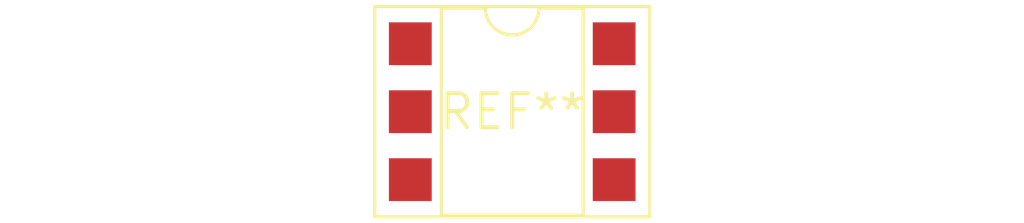
<source format=kicad_pcb>
(kicad_pcb (version 20240108) (generator pcbnew)
  (layers (0 "F.Cu" signal) (31 "B.Cu" signal) (34 "B.Paste" user) (35 "F.Paste" user) (36 "B.SilkS" user "B.Silkscreen") (37 "F.SilkS" user "F.Silkscreen") (38 "B.Mask" user) (39 "F.Mask" user) (44 "Edge.Cuts" user))
  (net 0 "")
  (footprint "DIP-6_W7.62mm_SMDSocket_SmallPads" (layer "F.Cu") (at 0 0)
    (property "Reference" "REF**")
    (property "Value" "DIP-6_W7.62mm_SMDSocket_SmallPads")
    (fp_line (start -5.14 -3.93) (end -5.14 3.93) (layer "F.SilkS") (stroke (width 0.12)))
    (fp_line (start -5.14 3.93) (end 5.14 3.93) (layer "F.SilkS") (stroke (width 0.12)))
    (fp_line (start -2.65 -3.87) (end -2.65 3.87) (layer "F.SilkS") (stroke (width 0.12)))
    (fp_line (start -2.65 3.87) (end 2.65 3.87) (layer "F.SilkS") (stroke (width 0.12)))
    (fp_line (start -1 -3.87) (end -2.65 -3.87) (layer "F.SilkS") (stroke (width 0.12)))
    (fp_line (start 2.65 -3.87) (end 1 -3.87) (layer "F.SilkS") (stroke (width 0.12)))
    (fp_line (start 2.65 3.87) (end 2.65 -3.87) (layer "F.SilkS") (stroke (width 0.12)))
    (fp_line (start 5.14 -3.93) (end -5.14 -3.93) (layer "F.SilkS") (stroke (width 0.12)))
    (fp_line (start 5.14 3.93) (end 5.14 -3.93) (layer "F.SilkS") (stroke (width 0.12)))
    (fp_arc (start 1 -3.87) (mid 0 -2.87) (end -1 -3.87) (layer "F.SilkS") (stroke (width 0.12)))
    (pad "1" smd rect (at -3.81 -2.54) (size 1.6 1.6) (layers "F.Cu" "F.Paste" "F.Mask"))
    (pad "2" smd rect (at -3.81 0) (size 1.6 1.6) (layers "F.Cu" "F.Paste" "F.Mask"))
    (pad "3" smd rect (at -3.81 2.54) (size 1.6 1.6) (layers "F.Cu" "F.Paste" "F.Mask"))
    (pad "4" smd rect (at 3.81 2.54) (size 1.6 1.6) (layers "F.Cu" "F.Paste" "F.Mask"))
    (pad "5" smd rect (at 3.81 0) (size 1.6 1.6) (layers "F.Cu" "F.Paste" "F.Mask"))
    (pad "6" smd rect (at 3.81 -2.54) (size 1.6 1.6) (layers "F.Cu" "F.Paste" "F.Mask"))
  )
)
</source>
